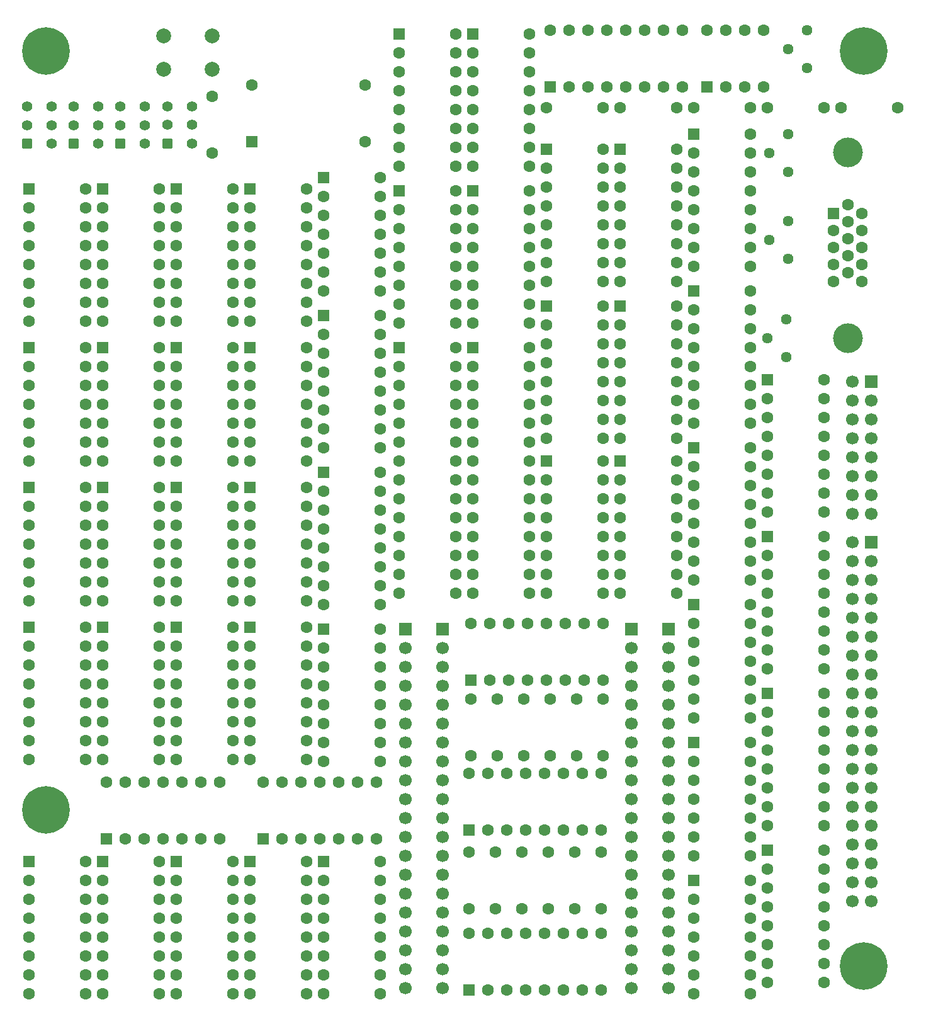
<source format=gbr>
%TF.GenerationSoftware,KiCad,Pcbnew,9.0.6*%
%TF.CreationDate,2025-12-26T02:04:48+08:00*%
%TF.ProjectId,vga_video_card,7667615f-7669-4646-956f-5f636172642e,rev?*%
%TF.SameCoordinates,Original*%
%TF.FileFunction,Soldermask,Bot*%
%TF.FilePolarity,Negative*%
%FSLAX46Y46*%
G04 Gerber Fmt 4.6, Leading zero omitted, Abs format (unit mm)*
G04 Created by KiCad (PCBNEW 9.0.6) date 2025-12-26 02:04:48*
%MOMM*%
%LPD*%
G01*
G04 APERTURE LIST*
G04 Aperture macros list*
%AMRoundRect*
0 Rectangle with rounded corners*
0 $1 Rounding radius*
0 $2 $3 $4 $5 $6 $7 $8 $9 X,Y pos of 4 corners*
0 Add a 4 corners polygon primitive as box body*
4,1,4,$2,$3,$4,$5,$6,$7,$8,$9,$2,$3,0*
0 Add four circle primitives for the rounded corners*
1,1,$1+$1,$2,$3*
1,1,$1+$1,$4,$5*
1,1,$1+$1,$6,$7*
1,1,$1+$1,$8,$9*
0 Add four rect primitives between the rounded corners*
20,1,$1+$1,$2,$3,$4,$5,0*
20,1,$1+$1,$4,$5,$6,$7,0*
20,1,$1+$1,$6,$7,$8,$9,0*
20,1,$1+$1,$8,$9,$2,$3,0*%
G04 Aperture macros list end*
%ADD10C,1.600000*%
%ADD11RoundRect,0.250000X0.550000X-0.550000X0.550000X0.550000X-0.550000X0.550000X-0.550000X-0.550000X0*%
%ADD12RoundRect,0.250000X-0.550000X-0.550000X0.550000X-0.550000X0.550000X0.550000X-0.550000X0.550000X0*%
%ADD13C,1.700000*%
%ADD14R,1.700000X1.700000*%
%ADD15R,1.600000X1.600000*%
%ADD16RoundRect,0.250000X0.450000X-0.450000X0.450000X0.450000X-0.450000X0.450000X-0.450000X-0.450000X0*%
%ADD17C,1.400000*%
%ADD18C,1.440000*%
%ADD19C,0.800000*%
%ADD20C,6.400000*%
%ADD21C,2.000000*%
%ADD22C,4.000000*%
G04 APERTURE END LIST*
D10*
%TO.C,R10*%
X88138000Y-109728000D03*
X88138000Y-117348000D03*
%TD*%
%TO.C,R2*%
X80772000Y-137922000D03*
X80772000Y-130302000D03*
%TD*%
D11*
%TO.C,U33*%
X80772000Y-127396000D03*
D10*
X83312000Y-127396000D03*
X85852000Y-127396000D03*
X88392000Y-127396000D03*
X90932000Y-127396000D03*
X93472000Y-127396000D03*
X96012000Y-127396000D03*
X98552000Y-127396000D03*
X98552000Y-119776000D03*
X96012000Y-119776000D03*
X93472000Y-119776000D03*
X90932000Y-119776000D03*
X88392000Y-119776000D03*
X85852000Y-119776000D03*
X83312000Y-119776000D03*
X80772000Y-119776000D03*
%TD*%
%TO.C,U12*%
X58928000Y-81280000D03*
X58928000Y-83820000D03*
X58928000Y-86360000D03*
X58928000Y-88900000D03*
X58928000Y-91440000D03*
X58928000Y-93980000D03*
X58928000Y-96520000D03*
X51308000Y-96520000D03*
X51308000Y-93980000D03*
X51308000Y-91440000D03*
X51308000Y-88900000D03*
X51308000Y-86360000D03*
X51308000Y-83820000D03*
D12*
X51308000Y-81280000D03*
%TD*%
D10*
%TO.C,U3*%
X49022000Y-41148000D03*
X49022000Y-43688000D03*
X49022000Y-46228000D03*
X49022000Y-48768000D03*
X49022000Y-51308000D03*
X49022000Y-53848000D03*
X49022000Y-56388000D03*
X49022000Y-58928000D03*
X41402000Y-58928000D03*
X41402000Y-56388000D03*
X41402000Y-53848000D03*
X41402000Y-51308000D03*
X41402000Y-48768000D03*
X41402000Y-46228000D03*
X41402000Y-43688000D03*
D12*
X41402000Y-41148000D03*
%TD*%
D10*
%TO.C,U2*%
X39116000Y-41148000D03*
X39116000Y-43688000D03*
X39116000Y-46228000D03*
X39116000Y-48768000D03*
X39116000Y-51308000D03*
X39116000Y-53848000D03*
X39116000Y-56388000D03*
X39116000Y-58928000D03*
X31496000Y-58928000D03*
X31496000Y-56388000D03*
X31496000Y-53848000D03*
X31496000Y-51308000D03*
X31496000Y-48768000D03*
X31496000Y-46228000D03*
X31496000Y-43688000D03*
D12*
X31496000Y-41148000D03*
%TD*%
D10*
%TO.C,U9*%
X39121000Y-81280000D03*
X39121000Y-83820000D03*
X39121000Y-86360000D03*
X39121000Y-88900000D03*
X39121000Y-91440000D03*
X39121000Y-93980000D03*
X39121000Y-96520000D03*
X31501000Y-96520000D03*
X31501000Y-93980000D03*
X31501000Y-91440000D03*
X31501000Y-88900000D03*
X31501000Y-86360000D03*
X31501000Y-83820000D03*
D12*
X31501000Y-81280000D03*
%TD*%
D10*
%TO.C,U1*%
X29210000Y-41148000D03*
X29210000Y-43688000D03*
X29210000Y-46228000D03*
X29210000Y-48768000D03*
X29210000Y-51308000D03*
X29210000Y-53848000D03*
X29210000Y-56388000D03*
X29210000Y-58928000D03*
X21590000Y-58928000D03*
X21590000Y-56388000D03*
X21590000Y-53848000D03*
X21590000Y-51308000D03*
X21590000Y-48768000D03*
X21590000Y-46228000D03*
X21590000Y-43688000D03*
D12*
X21590000Y-41148000D03*
%TD*%
D13*
%TO.C,J6*%
X132334000Y-136906000D03*
X134874000Y-136906000D03*
X132334000Y-134366000D03*
X134874000Y-134366000D03*
X132334000Y-131826000D03*
X134874000Y-131826000D03*
X132334000Y-129286000D03*
X134874000Y-129286000D03*
X132334000Y-126746000D03*
X134874000Y-126746000D03*
X132334000Y-124206000D03*
X134874000Y-124206000D03*
X132334000Y-121666000D03*
X134874000Y-121666000D03*
X132334000Y-119126000D03*
X134874000Y-119126000D03*
X132334000Y-116586000D03*
X134874000Y-116586000D03*
X132334000Y-114046000D03*
X134874000Y-114046000D03*
X132334000Y-111506000D03*
X134874000Y-111506000D03*
X132334000Y-108966000D03*
X134874000Y-108966000D03*
X132334000Y-106426000D03*
X134874000Y-106426000D03*
X132334000Y-103886000D03*
X134874000Y-103886000D03*
X132334000Y-101346000D03*
X134874000Y-101346000D03*
X132334000Y-98806000D03*
X134874000Y-98806000D03*
X132334000Y-96266000D03*
X134874000Y-96266000D03*
X132334000Y-93726000D03*
X134874000Y-93726000D03*
X132334000Y-91186000D03*
X134874000Y-91186000D03*
X132334000Y-88646000D03*
D14*
X134874000Y-88646000D03*
%TD*%
D12*
%TO.C,U47*%
X81280000Y-20320000D03*
D10*
X81280000Y-22860000D03*
X81280000Y-25400000D03*
X81280000Y-27940000D03*
X81280000Y-30480000D03*
X81280000Y-33020000D03*
X81280000Y-35560000D03*
X81280000Y-38100000D03*
X88900000Y-38100000D03*
X88900000Y-35560000D03*
X88900000Y-33020000D03*
X88900000Y-30480000D03*
X88900000Y-27940000D03*
X88900000Y-25400000D03*
X88900000Y-22860000D03*
X88900000Y-20320000D03*
%TD*%
D15*
%TO.C,Y1*%
X51562000Y-34798000D03*
D10*
X66802000Y-34798000D03*
X66802000Y-27178000D03*
X51562000Y-27178000D03*
%TD*%
D12*
%TO.C,U14*%
X61214000Y-79248000D03*
D10*
X61214000Y-81788000D03*
X61214000Y-84328000D03*
X61214000Y-86868000D03*
X61214000Y-89408000D03*
X61214000Y-91948000D03*
X61214000Y-94488000D03*
X61214000Y-97028000D03*
X68834000Y-97028000D03*
X68834000Y-94488000D03*
X68834000Y-91948000D03*
X68834000Y-89408000D03*
X68834000Y-86868000D03*
X68834000Y-84328000D03*
X68834000Y-81788000D03*
X68834000Y-79248000D03*
%TD*%
D16*
%TO.C,SW3*%
X27603000Y-35092000D03*
D17*
X27603000Y-32592000D03*
X27603000Y-30092000D03*
X30903000Y-30092000D03*
X30903000Y-32592000D03*
X30903000Y-35092000D03*
%TD*%
D12*
%TO.C,U44*%
X71374000Y-41402000D03*
D10*
X71374000Y-43942000D03*
X71374000Y-46482000D03*
X71374000Y-49022000D03*
X71374000Y-51562000D03*
X71374000Y-54102000D03*
X71374000Y-56642000D03*
X71374000Y-59182000D03*
X78994000Y-59182000D03*
X78994000Y-56642000D03*
X78994000Y-54102000D03*
X78994000Y-51562000D03*
X78994000Y-49022000D03*
X78994000Y-46482000D03*
X78994000Y-43942000D03*
X78994000Y-41402000D03*
%TD*%
D12*
%TO.C,U45*%
X81280000Y-41402000D03*
D10*
X81280000Y-43942000D03*
X81280000Y-46482000D03*
X81280000Y-49022000D03*
X81280000Y-51562000D03*
X81280000Y-54102000D03*
X81280000Y-56642000D03*
X81280000Y-59182000D03*
X88900000Y-59182000D03*
X88900000Y-56642000D03*
X88900000Y-54102000D03*
X88900000Y-51562000D03*
X88900000Y-49022000D03*
X88900000Y-46482000D03*
X88900000Y-43942000D03*
X88900000Y-41402000D03*
%TD*%
D11*
%TO.C,U18*%
X32004000Y-128519000D03*
D10*
X34544000Y-128519000D03*
X37084000Y-128519000D03*
X39624000Y-128519000D03*
X42164000Y-128519000D03*
X44704000Y-128519000D03*
X47244000Y-128519000D03*
X47244000Y-120899000D03*
X44704000Y-120899000D03*
X42164000Y-120899000D03*
X39624000Y-120899000D03*
X37084000Y-120899000D03*
X34544000Y-120899000D03*
X32004000Y-120899000D03*
%TD*%
D12*
%TO.C,U46*%
X71374000Y-20320000D03*
D10*
X71374000Y-22860000D03*
X71374000Y-25400000D03*
X71374000Y-27940000D03*
X71374000Y-30480000D03*
X71374000Y-33020000D03*
X71374000Y-35560000D03*
X71374000Y-38100000D03*
X78994000Y-38100000D03*
X78994000Y-35560000D03*
X78994000Y-33020000D03*
X78994000Y-30480000D03*
X78994000Y-27940000D03*
X78994000Y-25400000D03*
X78994000Y-22860000D03*
X78994000Y-20320000D03*
%TD*%
%TO.C,R17*%
X128524000Y-30226000D03*
X120904000Y-30226000D03*
%TD*%
D12*
%TO.C,U54*%
X110998000Y-75946000D03*
D10*
X110998000Y-78486000D03*
X110998000Y-81026000D03*
X110998000Y-83566000D03*
X110998000Y-86106000D03*
X110998000Y-88646000D03*
X110998000Y-91186000D03*
X110998000Y-93726000D03*
X118618000Y-93726000D03*
X118618000Y-91186000D03*
X118618000Y-88646000D03*
X118618000Y-86106000D03*
X118618000Y-83566000D03*
X118618000Y-81026000D03*
X118618000Y-78486000D03*
X118618000Y-75946000D03*
%TD*%
D12*
%TO.C,U31*%
X81280000Y-62484000D03*
D10*
X81280000Y-65024000D03*
X81280000Y-67564000D03*
X81280000Y-70104000D03*
X81280000Y-72644000D03*
X81280000Y-75184000D03*
X81280000Y-77724000D03*
X81280000Y-80264000D03*
X81280000Y-82804000D03*
X81280000Y-85344000D03*
X81280000Y-87884000D03*
X81280000Y-90424000D03*
X81280000Y-92964000D03*
X81280000Y-95504000D03*
X88900000Y-95504000D03*
X88900000Y-92964000D03*
X88900000Y-90424000D03*
X88900000Y-87884000D03*
X88900000Y-85344000D03*
X88900000Y-82804000D03*
X88900000Y-80264000D03*
X88900000Y-77724000D03*
X88900000Y-75184000D03*
X88900000Y-72644000D03*
X88900000Y-70104000D03*
X88900000Y-67564000D03*
X88900000Y-65024000D03*
X88900000Y-62484000D03*
%TD*%
D12*
%TO.C,U29*%
X101092000Y-56896000D03*
D10*
X101092000Y-59436000D03*
X101092000Y-61976000D03*
X101092000Y-64516000D03*
X101092000Y-67056000D03*
X101092000Y-69596000D03*
X101092000Y-72136000D03*
X101092000Y-74676000D03*
X108712000Y-74676000D03*
X108712000Y-72136000D03*
X108712000Y-69596000D03*
X108712000Y-67056000D03*
X108712000Y-64516000D03*
X108712000Y-61976000D03*
X108712000Y-59436000D03*
X108712000Y-56896000D03*
%TD*%
D12*
%TO.C,U25*%
X61214000Y-100330000D03*
D10*
X61214000Y-102870000D03*
X61214000Y-105410000D03*
X61214000Y-107950000D03*
X61214000Y-110490000D03*
X61214000Y-113030000D03*
X61214000Y-115570000D03*
X61214000Y-118110000D03*
X68834000Y-118110000D03*
X68834000Y-115570000D03*
X68834000Y-113030000D03*
X68834000Y-110490000D03*
X68834000Y-107950000D03*
X68834000Y-105410000D03*
X68834000Y-102870000D03*
X68834000Y-100330000D03*
%TD*%
D12*
%TO.C,U4*%
X21590000Y-62484000D03*
D10*
X21590000Y-65024000D03*
X21590000Y-67564000D03*
X21590000Y-70104000D03*
X21590000Y-72644000D03*
X21590000Y-75184000D03*
X21590000Y-77724000D03*
X29210000Y-77724000D03*
X29210000Y-75184000D03*
X29210000Y-72644000D03*
X29210000Y-70104000D03*
X29210000Y-67564000D03*
X29210000Y-65024000D03*
X29210000Y-62484000D03*
%TD*%
D12*
%TO.C,U28*%
X91186000Y-56896000D03*
D10*
X91186000Y-59436000D03*
X91186000Y-61976000D03*
X91186000Y-64516000D03*
X91186000Y-67056000D03*
X91186000Y-69596000D03*
X91186000Y-72136000D03*
X91186000Y-74676000D03*
X98806000Y-74676000D03*
X98806000Y-72136000D03*
X98806000Y-69596000D03*
X98806000Y-67056000D03*
X98806000Y-64516000D03*
X98806000Y-61976000D03*
X98806000Y-59436000D03*
X98806000Y-56896000D03*
%TD*%
D12*
%TO.C,U40*%
X111003000Y-115570000D03*
D10*
X111003000Y-118110000D03*
X111003000Y-120650000D03*
X111003000Y-123190000D03*
X111003000Y-125730000D03*
X111003000Y-128270000D03*
X111003000Y-130810000D03*
X118623000Y-130810000D03*
X118623000Y-128270000D03*
X118623000Y-125730000D03*
X118623000Y-123190000D03*
X118623000Y-120650000D03*
X118623000Y-118110000D03*
X118623000Y-115570000D03*
%TD*%
%TO.C,R11*%
X91694000Y-117348000D03*
X91694000Y-109728000D03*
%TD*%
D16*
%TO.C,SW5*%
X40182500Y-35052000D03*
D17*
X40182500Y-32552000D03*
X40182500Y-30052000D03*
X43482500Y-30052000D03*
X43482500Y-32552000D03*
X43482500Y-35052000D03*
%TD*%
D12*
%TO.C,U48*%
X91186000Y-35814000D03*
D10*
X91186000Y-38354000D03*
X91186000Y-40894000D03*
X91186000Y-43434000D03*
X91186000Y-45974000D03*
X91186000Y-48514000D03*
X91186000Y-51054000D03*
X91186000Y-53594000D03*
X98806000Y-53594000D03*
X98806000Y-51054000D03*
X98806000Y-48514000D03*
X98806000Y-45974000D03*
X98806000Y-43434000D03*
X98806000Y-40894000D03*
X98806000Y-38354000D03*
X98806000Y-35814000D03*
%TD*%
D14*
%TO.C,J7*%
X134874000Y-67056000D03*
D13*
X132334000Y-67056000D03*
X134874000Y-69596000D03*
X132334000Y-69596000D03*
X134874000Y-72136000D03*
X132334000Y-72136000D03*
X134874000Y-74676000D03*
X132334000Y-74676000D03*
X134874000Y-77216000D03*
X132334000Y-77216000D03*
X134874000Y-79756000D03*
X132334000Y-79756000D03*
X134874000Y-82296000D03*
X132334000Y-82296000D03*
X134874000Y-84836000D03*
X132334000Y-84836000D03*
%TD*%
D10*
%TO.C,R12*%
X95250000Y-117348000D03*
X95250000Y-109728000D03*
%TD*%
D18*
%TO.C,RV2 (R)*%
X123444000Y-58674000D03*
X120904000Y-61214000D03*
X123444000Y-63754000D03*
%TD*%
D12*
%TO.C,U27*%
X61214000Y-39624000D03*
D10*
X61214000Y-42164000D03*
X61214000Y-44704000D03*
X61214000Y-47244000D03*
X61214000Y-49784000D03*
X61214000Y-52324000D03*
X61214000Y-54864000D03*
X68834000Y-54864000D03*
X68834000Y-52324000D03*
X68834000Y-49784000D03*
X68834000Y-47244000D03*
X68834000Y-44704000D03*
X68834000Y-42164000D03*
X68834000Y-39624000D03*
%TD*%
D12*
%TO.C,U24*%
X51313000Y-131572000D03*
D10*
X51313000Y-134112000D03*
X51313000Y-136652000D03*
X51313000Y-139192000D03*
X51313000Y-141732000D03*
X51313000Y-144272000D03*
X51313000Y-146812000D03*
X51313000Y-149352000D03*
X58933000Y-149352000D03*
X58933000Y-146812000D03*
X58933000Y-144272000D03*
X58933000Y-141732000D03*
X58933000Y-139192000D03*
X58933000Y-136652000D03*
X58933000Y-134112000D03*
X58933000Y-131572000D03*
%TD*%
D19*
%TO.C,H2*%
X131476000Y-22606000D03*
X132178944Y-20908944D03*
X132178944Y-24303056D03*
X133876000Y-20206000D03*
D20*
X133876000Y-22606000D03*
D19*
X133876000Y-25006000D03*
X135573056Y-20908944D03*
X135573056Y-24303056D03*
X136276000Y-22606000D03*
%TD*%
D12*
%TO.C,U23*%
X41407000Y-131572000D03*
D10*
X41407000Y-134112000D03*
X41407000Y-136652000D03*
X41407000Y-139192000D03*
X41407000Y-141732000D03*
X41407000Y-144272000D03*
X41407000Y-146812000D03*
X41407000Y-149352000D03*
X49027000Y-149352000D03*
X49027000Y-146812000D03*
X49027000Y-144272000D03*
X49027000Y-141732000D03*
X49027000Y-139192000D03*
X49027000Y-136652000D03*
X49027000Y-134112000D03*
X49027000Y-131572000D03*
%TD*%
D12*
%TO.C,U16*%
X31501000Y-100076000D03*
D10*
X31501000Y-102616000D03*
X31501000Y-105156000D03*
X31501000Y-107696000D03*
X31501000Y-110236000D03*
X31501000Y-112776000D03*
X31501000Y-115316000D03*
X31501000Y-117856000D03*
X39121000Y-117856000D03*
X39121000Y-115316000D03*
X39121000Y-112776000D03*
X39121000Y-110236000D03*
X39121000Y-107696000D03*
X39121000Y-105156000D03*
X39121000Y-102616000D03*
X39121000Y-100076000D03*
%TD*%
D12*
%TO.C,U6*%
X41402000Y-62484000D03*
D10*
X41402000Y-65024000D03*
X41402000Y-67564000D03*
X41402000Y-70104000D03*
X41402000Y-72644000D03*
X41402000Y-75184000D03*
X41402000Y-77724000D03*
X49022000Y-77724000D03*
X49022000Y-75184000D03*
X49022000Y-72644000D03*
X49022000Y-70104000D03*
X49022000Y-67564000D03*
X49022000Y-65024000D03*
X49022000Y-62484000D03*
%TD*%
D14*
%TO.C,J3*%
X102616000Y-100330000D03*
D13*
X102616000Y-102870000D03*
X102616000Y-105410000D03*
X102616000Y-107950000D03*
X102616000Y-110490000D03*
X102616000Y-113030000D03*
X102616000Y-115570000D03*
X102616000Y-118110000D03*
X102616000Y-120650000D03*
X102616000Y-123190000D03*
X102616000Y-125730000D03*
X102616000Y-128270000D03*
X102616000Y-130810000D03*
X102616000Y-133350000D03*
X102616000Y-135890000D03*
X102616000Y-138430000D03*
X102616000Y-140970000D03*
X102616000Y-143510000D03*
X102616000Y-146050000D03*
X102616000Y-148590000D03*
%TD*%
D21*
%TO.C,SW1*%
X46176000Y-25074000D03*
X39676000Y-25074000D03*
X46176000Y-20574000D03*
X39676000Y-20574000D03*
%TD*%
D11*
%TO.C,U32*%
X80772000Y-148839000D03*
D10*
X83312000Y-148839000D03*
X85852000Y-148839000D03*
X88392000Y-148839000D03*
X90932000Y-148839000D03*
X93472000Y-148839000D03*
X96012000Y-148839000D03*
X98552000Y-148839000D03*
X98552000Y-141219000D03*
X96012000Y-141219000D03*
X93472000Y-141219000D03*
X90932000Y-141219000D03*
X88392000Y-141219000D03*
X85852000Y-141219000D03*
X83312000Y-141219000D03*
X80772000Y-141219000D03*
%TD*%
D12*
%TO.C,U56*%
X120904000Y-130048000D03*
D10*
X120904000Y-132588000D03*
X120904000Y-135128000D03*
X120904000Y-137668000D03*
X120904000Y-140208000D03*
X120904000Y-142748000D03*
X120904000Y-145288000D03*
X120904000Y-147828000D03*
X128524000Y-147828000D03*
X128524000Y-145288000D03*
X128524000Y-142748000D03*
X128524000Y-140208000D03*
X128524000Y-137668000D03*
X128524000Y-135128000D03*
X128524000Y-132588000D03*
X128524000Y-130048000D03*
%TD*%
%TO.C,R13*%
X98806000Y-117348000D03*
X98806000Y-109728000D03*
%TD*%
D19*
%TO.C,H4*%
X131476000Y-145606000D03*
X132178944Y-143908944D03*
X132178944Y-147303056D03*
X133876000Y-143206000D03*
D20*
X133876000Y-145606000D03*
D19*
X133876000Y-148006000D03*
X135573056Y-143908944D03*
X135573056Y-147303056D03*
X136276000Y-145606000D03*
%TD*%
D12*
%TO.C,U5*%
X31496000Y-62484000D03*
D10*
X31496000Y-65024000D03*
X31496000Y-67564000D03*
X31496000Y-70104000D03*
X31496000Y-72644000D03*
X31496000Y-75184000D03*
X31496000Y-77724000D03*
X39116000Y-77724000D03*
X39116000Y-75184000D03*
X39116000Y-72644000D03*
X39116000Y-70104000D03*
X39116000Y-67564000D03*
X39116000Y-65024000D03*
X39116000Y-62484000D03*
%TD*%
D11*
%TO.C,U19*%
X53086000Y-128519000D03*
D10*
X55626000Y-128519000D03*
X58166000Y-128519000D03*
X60706000Y-128519000D03*
X63246000Y-128519000D03*
X65786000Y-128519000D03*
X68326000Y-128519000D03*
X68326000Y-120899000D03*
X65786000Y-120899000D03*
X63246000Y-120899000D03*
X60706000Y-120899000D03*
X58166000Y-120899000D03*
X55626000Y-120899000D03*
X53086000Y-120899000D03*
%TD*%
D12*
%TO.C,U52*%
X91186000Y-77724000D03*
D10*
X91186000Y-80264000D03*
X91186000Y-82804000D03*
X91186000Y-85344000D03*
X91186000Y-87884000D03*
X91186000Y-90424000D03*
X91186000Y-92964000D03*
X91186000Y-95504000D03*
X98806000Y-95504000D03*
X98806000Y-92964000D03*
X98806000Y-90424000D03*
X98806000Y-87884000D03*
X98806000Y-85344000D03*
X98806000Y-82804000D03*
X98806000Y-80264000D03*
X98806000Y-77724000D03*
%TD*%
D18*
%TO.C,RV3 (G)*%
X123640000Y-45466000D03*
X121100000Y-48006000D03*
X123640000Y-50546000D03*
%TD*%
D10*
%TO.C,R18*%
X130810000Y-30226000D03*
X138430000Y-30226000D03*
%TD*%
D22*
%TO.C,J1*%
X131694000Y-61249000D03*
X131694000Y-36249000D03*
D15*
X129804000Y-44434000D03*
D10*
X129804000Y-46724000D03*
X129804000Y-49014000D03*
X129804000Y-51304000D03*
X129804000Y-53594000D03*
X131704000Y-43289000D03*
X131704000Y-45579000D03*
X131704000Y-47869000D03*
X131704000Y-50159000D03*
X131704000Y-52449000D03*
X133604000Y-44434000D03*
X133604000Y-46724000D03*
X133604000Y-49014000D03*
X133604000Y-51304000D03*
X133604000Y-53594000D03*
%TD*%
D16*
%TO.C,SW2*%
X21338000Y-35092000D03*
D17*
X21338000Y-32592000D03*
X21338000Y-30092000D03*
X24638000Y-30092000D03*
X24638000Y-32592000D03*
X24638000Y-35092000D03*
%TD*%
D12*
%TO.C,U55*%
X120904000Y-108966000D03*
D10*
X120904000Y-111506000D03*
X120904000Y-114046000D03*
X120904000Y-116586000D03*
X120904000Y-119126000D03*
X120904000Y-121666000D03*
X120904000Y-124206000D03*
X120904000Y-126746000D03*
X128524000Y-126746000D03*
X128524000Y-124206000D03*
X128524000Y-121666000D03*
X128524000Y-119126000D03*
X128524000Y-116586000D03*
X128524000Y-114046000D03*
X128524000Y-111506000D03*
X128524000Y-108966000D03*
%TD*%
%TO.C,R15*%
X108712000Y-30226000D03*
X101092000Y-30226000D03*
%TD*%
%TO.C,R5*%
X91440000Y-137922000D03*
X91440000Y-130302000D03*
%TD*%
%TO.C,R16*%
X118618000Y-30226000D03*
X110998000Y-30226000D03*
%TD*%
D12*
%TO.C,U38*%
X120909000Y-66802000D03*
D10*
X120909000Y-69342000D03*
X120909000Y-71882000D03*
X120909000Y-74422000D03*
X120909000Y-76962000D03*
X120909000Y-79502000D03*
X120909000Y-82042000D03*
X120909000Y-84582000D03*
X128529000Y-84582000D03*
X128529000Y-82042000D03*
X128529000Y-79502000D03*
X128529000Y-76962000D03*
X128529000Y-74422000D03*
X128529000Y-71882000D03*
X128529000Y-69342000D03*
X128529000Y-66802000D03*
%TD*%
D16*
%TO.C,SW4*%
X33868000Y-35092000D03*
D17*
X33868000Y-32592000D03*
X33868000Y-30092000D03*
X37168000Y-30092000D03*
X37168000Y-32592000D03*
X37168000Y-35092000D03*
%TD*%
D12*
%TO.C,U39*%
X111008000Y-97028000D03*
D10*
X111008000Y-99568000D03*
X111008000Y-102108000D03*
X111008000Y-104648000D03*
X111008000Y-107188000D03*
X111008000Y-109728000D03*
X111008000Y-112268000D03*
X118628000Y-112268000D03*
X118628000Y-109728000D03*
X118628000Y-107188000D03*
X118628000Y-104648000D03*
X118628000Y-102108000D03*
X118628000Y-99568000D03*
X118628000Y-97028000D03*
%TD*%
D12*
%TO.C,U11*%
X51308000Y-41148000D03*
D10*
X51308000Y-43688000D03*
X51308000Y-46228000D03*
X51308000Y-48768000D03*
X51308000Y-51308000D03*
X51308000Y-53848000D03*
X51308000Y-56388000D03*
X51308000Y-58928000D03*
X58928000Y-58928000D03*
X58928000Y-56388000D03*
X58928000Y-53848000D03*
X58928000Y-51308000D03*
X58928000Y-48768000D03*
X58928000Y-46228000D03*
X58928000Y-43688000D03*
X58928000Y-41148000D03*
%TD*%
D12*
%TO.C,U10*%
X41407000Y-81280000D03*
D10*
X41407000Y-83820000D03*
X41407000Y-86360000D03*
X41407000Y-88900000D03*
X41407000Y-91440000D03*
X41407000Y-93980000D03*
X41407000Y-96520000D03*
X49027000Y-96520000D03*
X49027000Y-93980000D03*
X49027000Y-91440000D03*
X49027000Y-88900000D03*
X49027000Y-86360000D03*
X49027000Y-83820000D03*
X49027000Y-81280000D03*
%TD*%
D11*
%TO.C,U34*%
X81026000Y-107183000D03*
D10*
X83566000Y-107183000D03*
X86106000Y-107183000D03*
X88646000Y-107183000D03*
X91186000Y-107183000D03*
X93726000Y-107183000D03*
X96266000Y-107183000D03*
X98806000Y-107183000D03*
X98806000Y-99563000D03*
X96266000Y-99563000D03*
X93726000Y-99563000D03*
X91186000Y-99563000D03*
X88646000Y-99563000D03*
X86106000Y-99563000D03*
X83566000Y-99563000D03*
X81026000Y-99563000D03*
%TD*%
D12*
%TO.C,U17*%
X41407000Y-100076000D03*
D10*
X41407000Y-102616000D03*
X41407000Y-105156000D03*
X41407000Y-107696000D03*
X41407000Y-110236000D03*
X41407000Y-112776000D03*
X41407000Y-115316000D03*
X41407000Y-117856000D03*
X49027000Y-117856000D03*
X49027000Y-115316000D03*
X49027000Y-112776000D03*
X49027000Y-110236000D03*
X49027000Y-107696000D03*
X49027000Y-105156000D03*
X49027000Y-102616000D03*
X49027000Y-100076000D03*
%TD*%
D12*
%TO.C,U41*%
X111003000Y-134112000D03*
D10*
X111003000Y-136652000D03*
X111003000Y-139192000D03*
X111003000Y-141732000D03*
X111003000Y-144272000D03*
X111003000Y-146812000D03*
X111003000Y-149352000D03*
X118623000Y-149352000D03*
X118623000Y-146812000D03*
X118623000Y-144272000D03*
X118623000Y-141732000D03*
X118623000Y-139192000D03*
X118623000Y-136652000D03*
X118623000Y-134112000D03*
%TD*%
D12*
%TO.C,U49*%
X101092000Y-35814000D03*
D10*
X101092000Y-38354000D03*
X101092000Y-40894000D03*
X101092000Y-43434000D03*
X101092000Y-45974000D03*
X101092000Y-48514000D03*
X101092000Y-51054000D03*
X101092000Y-53594000D03*
X108712000Y-53594000D03*
X108712000Y-51054000D03*
X108712000Y-48514000D03*
X108712000Y-45974000D03*
X108712000Y-43434000D03*
X108712000Y-40894000D03*
X108712000Y-38354000D03*
X108712000Y-35814000D03*
%TD*%
%TO.C,R6*%
X94996000Y-137922000D03*
X94996000Y-130302000D03*
%TD*%
%TO.C,R8*%
X81040000Y-117348000D03*
X81040000Y-109728000D03*
%TD*%
D14*
%TO.C,J5*%
X107616000Y-100330000D03*
D13*
X107616000Y-102870000D03*
X107616000Y-105410000D03*
X107616000Y-107950000D03*
X107616000Y-110490000D03*
X107616000Y-113030000D03*
X107616000Y-115570000D03*
X107616000Y-118110000D03*
X107616000Y-120650000D03*
X107616000Y-123190000D03*
X107616000Y-125730000D03*
X107616000Y-128270000D03*
X107616000Y-130810000D03*
X107616000Y-133350000D03*
X107616000Y-135890000D03*
X107616000Y-138430000D03*
X107616000Y-140970000D03*
X107616000Y-143510000D03*
X107616000Y-146050000D03*
X107616000Y-148590000D03*
%TD*%
D12*
%TO.C,U50*%
X111003000Y-54864000D03*
D10*
X111003000Y-57404000D03*
X111003000Y-59944000D03*
X111003000Y-62484000D03*
X111003000Y-65024000D03*
X111003000Y-67564000D03*
X111003000Y-70104000D03*
X111003000Y-72644000D03*
X118623000Y-72644000D03*
X118623000Y-70104000D03*
X118623000Y-67564000D03*
X118623000Y-65024000D03*
X118623000Y-62484000D03*
X118623000Y-59944000D03*
X118623000Y-57404000D03*
X118623000Y-54864000D03*
%TD*%
D12*
%TO.C,U20*%
X51313000Y-100076000D03*
D10*
X51313000Y-102616000D03*
X51313000Y-105156000D03*
X51313000Y-107696000D03*
X51313000Y-110236000D03*
X51313000Y-112776000D03*
X51313000Y-115316000D03*
X51313000Y-117856000D03*
X58933000Y-117856000D03*
X58933000Y-115316000D03*
X58933000Y-112776000D03*
X58933000Y-110236000D03*
X58933000Y-107696000D03*
X58933000Y-105156000D03*
X58933000Y-102616000D03*
X58933000Y-100076000D03*
%TD*%
D12*
%TO.C,U51*%
X120904000Y-87884000D03*
D10*
X120904000Y-90424000D03*
X120904000Y-92964000D03*
X120904000Y-95504000D03*
X120904000Y-98044000D03*
X120904000Y-100584000D03*
X120904000Y-103124000D03*
X120904000Y-105664000D03*
X128524000Y-105664000D03*
X128524000Y-103124000D03*
X128524000Y-100584000D03*
X128524000Y-98044000D03*
X128524000Y-95504000D03*
X128524000Y-92964000D03*
X128524000Y-90424000D03*
X128524000Y-87884000D03*
%TD*%
%TO.C,R9*%
X84582000Y-117348000D03*
X84582000Y-109728000D03*
%TD*%
D18*
%TO.C,RV4 (B)*%
X123640000Y-33782000D03*
X121100000Y-36322000D03*
X123640000Y-38862000D03*
%TD*%
D12*
%TO.C,U53*%
X101092000Y-77724000D03*
D10*
X101092000Y-80264000D03*
X101092000Y-82804000D03*
X101092000Y-85344000D03*
X101092000Y-87884000D03*
X101092000Y-90424000D03*
X101092000Y-92964000D03*
X101092000Y-95504000D03*
X108712000Y-95504000D03*
X108712000Y-92964000D03*
X108712000Y-90424000D03*
X108712000Y-87884000D03*
X108712000Y-85344000D03*
X108712000Y-82804000D03*
X108712000Y-80264000D03*
X108712000Y-77724000D03*
%TD*%
D12*
%TO.C,U15*%
X21600000Y-100076000D03*
D10*
X21600000Y-102616000D03*
X21600000Y-105156000D03*
X21600000Y-107696000D03*
X21600000Y-110236000D03*
X21600000Y-112776000D03*
X21600000Y-115316000D03*
X21600000Y-117856000D03*
X29220000Y-117856000D03*
X29220000Y-115316000D03*
X29220000Y-112776000D03*
X29220000Y-110236000D03*
X29220000Y-107696000D03*
X29220000Y-105156000D03*
X29220000Y-102616000D03*
X29220000Y-100076000D03*
%TD*%
D12*
%TO.C,U21*%
X21595000Y-131572000D03*
D10*
X21595000Y-134112000D03*
X21595000Y-136652000D03*
X21595000Y-139192000D03*
X21595000Y-141732000D03*
X21595000Y-144272000D03*
X21595000Y-146812000D03*
X21595000Y-149352000D03*
X29215000Y-149352000D03*
X29215000Y-146812000D03*
X29215000Y-144272000D03*
X29215000Y-141732000D03*
X29215000Y-139192000D03*
X29215000Y-136652000D03*
X29215000Y-134112000D03*
X29215000Y-131572000D03*
%TD*%
D14*
%TO.C,J2*%
X72216000Y-100330000D03*
D13*
X72216000Y-102870000D03*
X72216000Y-105410000D03*
X72216000Y-107950000D03*
X72216000Y-110490000D03*
X72216000Y-113030000D03*
X72216000Y-115570000D03*
X72216000Y-118110000D03*
X72216000Y-120650000D03*
X72216000Y-123190000D03*
X72216000Y-125730000D03*
X72216000Y-128270000D03*
X72216000Y-130810000D03*
X72216000Y-133350000D03*
X72216000Y-135890000D03*
X72216000Y-138430000D03*
X72216000Y-140970000D03*
X72216000Y-143510000D03*
X72216000Y-146050000D03*
X72216000Y-148590000D03*
%TD*%
D12*
%TO.C,U26*%
X61214000Y-131572000D03*
D10*
X61214000Y-134112000D03*
X61214000Y-136652000D03*
X61214000Y-139192000D03*
X61214000Y-141732000D03*
X61214000Y-144272000D03*
X61214000Y-146812000D03*
X61214000Y-149352000D03*
X68834000Y-149352000D03*
X68834000Y-146812000D03*
X68834000Y-144272000D03*
X68834000Y-141732000D03*
X68834000Y-139192000D03*
X68834000Y-136652000D03*
X68834000Y-134112000D03*
X68834000Y-131572000D03*
%TD*%
D18*
%TO.C,RV1 (amp)*%
X126178000Y-19812000D03*
X123638000Y-22352000D03*
X126178000Y-24892000D03*
%TD*%
D10*
%TO.C,R4*%
X87884000Y-137922000D03*
X87884000Y-130302000D03*
%TD*%
D14*
%TO.C,J4*%
X77216000Y-100330000D03*
D13*
X77216000Y-102870000D03*
X77216000Y-105410000D03*
X77216000Y-107950000D03*
X77216000Y-110490000D03*
X77216000Y-113030000D03*
X77216000Y-115570000D03*
X77216000Y-118110000D03*
X77216000Y-120650000D03*
X77216000Y-123190000D03*
X77216000Y-125730000D03*
X77216000Y-128270000D03*
X77216000Y-130810000D03*
X77216000Y-133350000D03*
X77216000Y-135890000D03*
X77216000Y-138430000D03*
X77216000Y-140970000D03*
X77216000Y-143510000D03*
X77216000Y-146050000D03*
X77216000Y-148590000D03*
%TD*%
D12*
%TO.C,U30*%
X71374000Y-62484000D03*
D10*
X71374000Y-65024000D03*
X71374000Y-67564000D03*
X71374000Y-70104000D03*
X71374000Y-72644000D03*
X71374000Y-75184000D03*
X71374000Y-77724000D03*
X71374000Y-80264000D03*
X71374000Y-82804000D03*
X71374000Y-85344000D03*
X71374000Y-87884000D03*
X71374000Y-90424000D03*
X71374000Y-92964000D03*
X71374000Y-95504000D03*
X78994000Y-95504000D03*
X78994000Y-92964000D03*
X78994000Y-90424000D03*
X78994000Y-87884000D03*
X78994000Y-85344000D03*
X78994000Y-82804000D03*
X78994000Y-80264000D03*
X78994000Y-77724000D03*
X78994000Y-75184000D03*
X78994000Y-72644000D03*
X78994000Y-70104000D03*
X78994000Y-67564000D03*
X78994000Y-65024000D03*
X78994000Y-62484000D03*
%TD*%
D12*
%TO.C,U13*%
X61214000Y-58166000D03*
D10*
X61214000Y-60706000D03*
X61214000Y-63246000D03*
X61214000Y-65786000D03*
X61214000Y-68326000D03*
X61214000Y-70866000D03*
X61214000Y-73406000D03*
X61214000Y-75946000D03*
X68834000Y-75946000D03*
X68834000Y-73406000D03*
X68834000Y-70866000D03*
X68834000Y-68326000D03*
X68834000Y-65786000D03*
X68834000Y-63246000D03*
X68834000Y-60706000D03*
X68834000Y-58166000D03*
%TD*%
%TO.C,R14*%
X98806000Y-30226000D03*
X91186000Y-30226000D03*
%TD*%
D12*
%TO.C,U37*%
X111003000Y-33782000D03*
D10*
X111003000Y-36322000D03*
X111003000Y-38862000D03*
X111003000Y-41402000D03*
X111003000Y-43942000D03*
X111003000Y-46482000D03*
X111003000Y-49022000D03*
X111003000Y-51562000D03*
X118623000Y-51562000D03*
X118623000Y-49022000D03*
X118623000Y-46482000D03*
X118623000Y-43942000D03*
X118623000Y-41402000D03*
X118623000Y-38862000D03*
X118623000Y-36322000D03*
X118623000Y-33782000D03*
%TD*%
D12*
%TO.C,U7*%
X51308000Y-62484000D03*
D10*
X51308000Y-65024000D03*
X51308000Y-67564000D03*
X51308000Y-70104000D03*
X51308000Y-72644000D03*
X51308000Y-75184000D03*
X51308000Y-77724000D03*
X58928000Y-77724000D03*
X58928000Y-75184000D03*
X58928000Y-72644000D03*
X58928000Y-70104000D03*
X58928000Y-67564000D03*
X58928000Y-65024000D03*
X58928000Y-62484000D03*
%TD*%
D19*
%TO.C,H1*%
X21476000Y-22606000D03*
X22178944Y-20908944D03*
X22178944Y-24303056D03*
X23876000Y-20206000D03*
D20*
X23876000Y-22606000D03*
D19*
X23876000Y-25006000D03*
X25573056Y-20908944D03*
X25573056Y-24303056D03*
X26276000Y-22606000D03*
%TD*%
D11*
%TO.C,U36*%
X112776000Y-27422000D03*
D10*
X115316000Y-27422000D03*
X117856000Y-27422000D03*
X120396000Y-27422000D03*
X120396000Y-19802000D03*
X117856000Y-19802000D03*
X115316000Y-19802000D03*
X112776000Y-19802000D03*
%TD*%
%TO.C,R3*%
X84328000Y-137922000D03*
X84328000Y-130302000D03*
%TD*%
D12*
%TO.C,U8*%
X21595000Y-81280000D03*
D10*
X21595000Y-83820000D03*
X21595000Y-86360000D03*
X21595000Y-88900000D03*
X21595000Y-91440000D03*
X21595000Y-93980000D03*
X21595000Y-96520000D03*
X29215000Y-96520000D03*
X29215000Y-93980000D03*
X29215000Y-91440000D03*
X29215000Y-88900000D03*
X29215000Y-86360000D03*
X29215000Y-83820000D03*
X29215000Y-81280000D03*
%TD*%
D12*
%TO.C,U22*%
X31501000Y-131572000D03*
D10*
X31501000Y-134112000D03*
X31501000Y-136652000D03*
X31501000Y-139192000D03*
X31501000Y-141732000D03*
X31501000Y-144272000D03*
X31501000Y-146812000D03*
X31501000Y-149352000D03*
X39121000Y-149352000D03*
X39121000Y-146812000D03*
X39121000Y-144272000D03*
X39121000Y-141732000D03*
X39121000Y-139192000D03*
X39121000Y-136652000D03*
X39121000Y-134112000D03*
X39121000Y-131572000D03*
%TD*%
D11*
%TO.C,U35*%
X91694000Y-27427000D03*
D10*
X94234000Y-27427000D03*
X96774000Y-27427000D03*
X99314000Y-27427000D03*
X101854000Y-27427000D03*
X104394000Y-27427000D03*
X106934000Y-27427000D03*
X109474000Y-27427000D03*
X109474000Y-19807000D03*
X106934000Y-19807000D03*
X104394000Y-19807000D03*
X101854000Y-19807000D03*
X99314000Y-19807000D03*
X96774000Y-19807000D03*
X94234000Y-19807000D03*
X91694000Y-19807000D03*
%TD*%
%TO.C,R1*%
X46228000Y-28702000D03*
X46228000Y-36322000D03*
%TD*%
D19*
%TO.C,H3*%
X21476000Y-124606000D03*
X22178944Y-122908944D03*
X22178944Y-126303056D03*
X23876000Y-122206000D03*
D20*
X23876000Y-124606000D03*
D19*
X23876000Y-127006000D03*
X25573056Y-122908944D03*
X25573056Y-126303056D03*
X26276000Y-124606000D03*
%TD*%
D10*
%TO.C,R7*%
X98552000Y-137922000D03*
X98552000Y-130302000D03*
%TD*%
M02*

</source>
